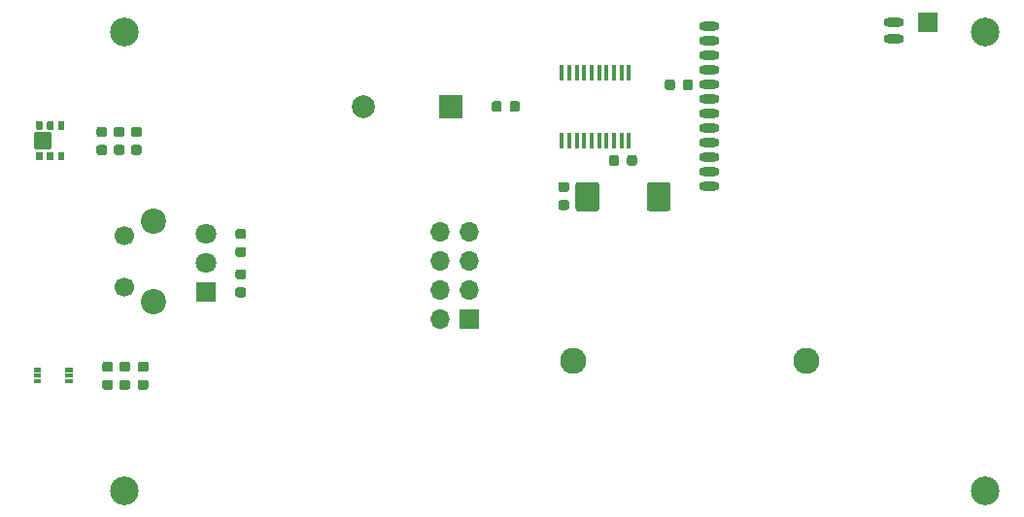
<source format=gbr>
G04 #@! TF.GenerationSoftware,KiCad,Pcbnew,5.1.8-db9833491~87~ubuntu20.04.1*
G04 #@! TF.CreationDate,2020-11-19T10:24:25+01:00*
G04 #@! TF.ProjectId,malory,6d616c6f-7279-42e6-9b69-6361645f7063,v1.0*
G04 #@! TF.SameCoordinates,Original*
G04 #@! TF.FileFunction,Soldermask,Top*
G04 #@! TF.FilePolarity,Negative*
%FSLAX46Y46*%
G04 Gerber Fmt 4.6, Leading zero omitted, Abs format (unit mm)*
G04 Created by KiCad (PCBNEW 5.1.8-db9833491~87~ubuntu20.04.1) date 2020-11-19 10:24:25*
%MOMM*%
%LPD*%
G01*
G04 APERTURE LIST*
%ADD10C,0.100000*%
%ADD11R,0.450000X1.450000*%
%ADD12R,2.000000X2.000000*%
%ADD13C,2.000000*%
%ADD14R,1.800000X1.800000*%
%ADD15C,1.800000*%
%ADD16C,2.500000*%
%ADD17R,1.700000X1.700000*%
%ADD18O,1.700000X1.700000*%
%ADD19C,2.286000*%
%ADD20O,1.800000X0.800000*%
%ADD21C,2.200000*%
%ADD22C,1.700000*%
G04 APERTURE END LIST*
D10*
X112944500Y-104750000D02*
G75*
G03*
X112944500Y-104750000I-444500J0D01*
G01*
X112944500Y-100250000D02*
G75*
G03*
X112944500Y-100250000I-444500J0D01*
G01*
X115635000Y-99000000D02*
G75*
G03*
X115635000Y-99000000I-635000J0D01*
G01*
X115635000Y-106000000D02*
G75*
G03*
X115635000Y-106000000I-635000J0D01*
G01*
G36*
G01*
X160070000Y-95845000D02*
X160070000Y-97895000D01*
G75*
G02*
X159820000Y-98145000I-250000J0D01*
G01*
X158245000Y-98145000D01*
G75*
G02*
X157995000Y-97895000I0J250000D01*
G01*
X157995000Y-95845000D01*
G75*
G02*
X158245000Y-95595000I250000J0D01*
G01*
X159820000Y-95595000D01*
G75*
G02*
X160070000Y-95845000I0J-250000D01*
G01*
G37*
G36*
G01*
X153845000Y-95845000D02*
X153845000Y-97895000D01*
G75*
G02*
X153595000Y-98145000I-250000J0D01*
G01*
X152020000Y-98145000D01*
G75*
G02*
X151770000Y-97895000I0J250000D01*
G01*
X151770000Y-95845000D01*
G75*
G02*
X152020000Y-95595000I250000J0D01*
G01*
X153595000Y-95595000D01*
G75*
G02*
X153845000Y-95845000I0J-250000D01*
G01*
G37*
G36*
G01*
X113843750Y-112850000D02*
X114356250Y-112850000D01*
G75*
G02*
X114575000Y-113068750I0J-218750D01*
G01*
X114575000Y-113506250D01*
G75*
G02*
X114356250Y-113725000I-218750J0D01*
G01*
X113843750Y-113725000D01*
G75*
G02*
X113625000Y-113506250I0J218750D01*
G01*
X113625000Y-113068750D01*
G75*
G02*
X113843750Y-112850000I218750J0D01*
G01*
G37*
G36*
G01*
X113843750Y-111275000D02*
X114356250Y-111275000D01*
G75*
G02*
X114575000Y-111493750I0J-218750D01*
G01*
X114575000Y-111931250D01*
G75*
G02*
X114356250Y-112150000I-218750J0D01*
G01*
X113843750Y-112150000D01*
G75*
G02*
X113625000Y-111931250I0J218750D01*
G01*
X113625000Y-111493750D01*
G75*
G02*
X113843750Y-111275000I218750J0D01*
G01*
G37*
D11*
X150575000Y-91950000D03*
X151225000Y-91950000D03*
X151875000Y-91950000D03*
X152525000Y-91950000D03*
X153175000Y-91950000D03*
X153825000Y-91950000D03*
X154475000Y-91950000D03*
X155125000Y-91950000D03*
X155775000Y-91950000D03*
X156425000Y-91950000D03*
X156425000Y-86050000D03*
X155775000Y-86050000D03*
X155125000Y-86050000D03*
X154475000Y-86050000D03*
X153825000Y-86050000D03*
X153175000Y-86050000D03*
X152525000Y-86050000D03*
X151875000Y-86050000D03*
X151225000Y-86050000D03*
X150575000Y-86050000D03*
G36*
G01*
X154687500Y-93956250D02*
X154687500Y-93443750D01*
G75*
G02*
X154906250Y-93225000I218750J0D01*
G01*
X155343750Y-93225000D01*
G75*
G02*
X155562500Y-93443750I0J-218750D01*
G01*
X155562500Y-93956250D01*
G75*
G02*
X155343750Y-94175000I-218750J0D01*
G01*
X154906250Y-94175000D01*
G75*
G02*
X154687500Y-93956250I0J218750D01*
G01*
G37*
G36*
G01*
X156262500Y-93956250D02*
X156262500Y-93443750D01*
G75*
G02*
X156481250Y-93225000I218750J0D01*
G01*
X156918750Y-93225000D01*
G75*
G02*
X157137500Y-93443750I0J-218750D01*
G01*
X157137500Y-93956250D01*
G75*
G02*
X156918750Y-94175000I-218750J0D01*
G01*
X156481250Y-94175000D01*
G75*
G02*
X156262500Y-93956250I0J218750D01*
G01*
G37*
D12*
X140930000Y-89000000D03*
D13*
X133330000Y-89000000D03*
G36*
G01*
X160450000Y-86843750D02*
X160450000Y-87356250D01*
G75*
G02*
X160231250Y-87575000I-218750J0D01*
G01*
X159793750Y-87575000D01*
G75*
G02*
X159575000Y-87356250I0J218750D01*
G01*
X159575000Y-86843750D01*
G75*
G02*
X159793750Y-86625000I218750J0D01*
G01*
X160231250Y-86625000D01*
G75*
G02*
X160450000Y-86843750I0J-218750D01*
G01*
G37*
G36*
G01*
X162025000Y-86843750D02*
X162025000Y-87356250D01*
G75*
G02*
X161806250Y-87575000I-218750J0D01*
G01*
X161368750Y-87575000D01*
G75*
G02*
X161150000Y-87356250I0J218750D01*
G01*
X161150000Y-86843750D01*
G75*
G02*
X161368750Y-86625000I218750J0D01*
G01*
X161806250Y-86625000D01*
G75*
G02*
X162025000Y-86843750I0J-218750D01*
G01*
G37*
G36*
G01*
X110756250Y-93225000D02*
X110243750Y-93225000D01*
G75*
G02*
X110025000Y-93006250I0J218750D01*
G01*
X110025000Y-92568750D01*
G75*
G02*
X110243750Y-92350000I218750J0D01*
G01*
X110756250Y-92350000D01*
G75*
G02*
X110975000Y-92568750I0J-218750D01*
G01*
X110975000Y-93006250D01*
G75*
G02*
X110756250Y-93225000I-218750J0D01*
G01*
G37*
G36*
G01*
X110756250Y-91650000D02*
X110243750Y-91650000D01*
G75*
G02*
X110025000Y-91431250I0J218750D01*
G01*
X110025000Y-90993750D01*
G75*
G02*
X110243750Y-90775000I218750J0D01*
G01*
X110756250Y-90775000D01*
G75*
G02*
X110975000Y-90993750I0J-218750D01*
G01*
X110975000Y-91431250D01*
G75*
G02*
X110756250Y-91650000I-218750J0D01*
G01*
G37*
G36*
G01*
X111256250Y-113725000D02*
X110743750Y-113725000D01*
G75*
G02*
X110525000Y-113506250I0J218750D01*
G01*
X110525000Y-113068750D01*
G75*
G02*
X110743750Y-112850000I218750J0D01*
G01*
X111256250Y-112850000D01*
G75*
G02*
X111475000Y-113068750I0J-218750D01*
G01*
X111475000Y-113506250D01*
G75*
G02*
X111256250Y-113725000I-218750J0D01*
G01*
G37*
G36*
G01*
X111256250Y-112150000D02*
X110743750Y-112150000D01*
G75*
G02*
X110525000Y-111931250I0J218750D01*
G01*
X110525000Y-111493750D01*
G75*
G02*
X110743750Y-111275000I218750J0D01*
G01*
X111256250Y-111275000D01*
G75*
G02*
X111475000Y-111493750I0J-218750D01*
G01*
X111475000Y-111931250D01*
G75*
G02*
X111256250Y-112150000I-218750J0D01*
G01*
G37*
D14*
X119570000Y-105210000D03*
D15*
X119570000Y-102670000D03*
X119570000Y-100130000D03*
G36*
G01*
X122353750Y-103205000D02*
X122866250Y-103205000D01*
G75*
G02*
X123085000Y-103423750I0J-218750D01*
G01*
X123085000Y-103861250D01*
G75*
G02*
X122866250Y-104080000I-218750J0D01*
G01*
X122353750Y-104080000D01*
G75*
G02*
X122135000Y-103861250I0J218750D01*
G01*
X122135000Y-103423750D01*
G75*
G02*
X122353750Y-103205000I218750J0D01*
G01*
G37*
G36*
G01*
X122353750Y-104780000D02*
X122866250Y-104780000D01*
G75*
G02*
X123085000Y-104998750I0J-218750D01*
G01*
X123085000Y-105436250D01*
G75*
G02*
X122866250Y-105655000I-218750J0D01*
G01*
X122353750Y-105655000D01*
G75*
G02*
X122135000Y-105436250I0J218750D01*
G01*
X122135000Y-104998750D01*
G75*
G02*
X122353750Y-104780000I218750J0D01*
G01*
G37*
G36*
G01*
X122353750Y-101250000D02*
X122866250Y-101250000D01*
G75*
G02*
X123085000Y-101468750I0J-218750D01*
G01*
X123085000Y-101906250D01*
G75*
G02*
X122866250Y-102125000I-218750J0D01*
G01*
X122353750Y-102125000D01*
G75*
G02*
X122135000Y-101906250I0J218750D01*
G01*
X122135000Y-101468750D01*
G75*
G02*
X122353750Y-101250000I218750J0D01*
G01*
G37*
G36*
G01*
X122353750Y-99675000D02*
X122866250Y-99675000D01*
G75*
G02*
X123085000Y-99893750I0J-218750D01*
G01*
X123085000Y-100331250D01*
G75*
G02*
X122866250Y-100550000I-218750J0D01*
G01*
X122353750Y-100550000D01*
G75*
G02*
X122135000Y-100331250I0J218750D01*
G01*
X122135000Y-99893750D01*
G75*
G02*
X122353750Y-99675000I218750J0D01*
G01*
G37*
G36*
G01*
X112756250Y-113725000D02*
X112243750Y-113725000D01*
G75*
G02*
X112025000Y-113506250I0J218750D01*
G01*
X112025000Y-113068750D01*
G75*
G02*
X112243750Y-112850000I218750J0D01*
G01*
X112756250Y-112850000D01*
G75*
G02*
X112975000Y-113068750I0J-218750D01*
G01*
X112975000Y-113506250D01*
G75*
G02*
X112756250Y-113725000I-218750J0D01*
G01*
G37*
G36*
G01*
X112756250Y-112150000D02*
X112243750Y-112150000D01*
G75*
G02*
X112025000Y-111931250I0J218750D01*
G01*
X112025000Y-111493750D01*
G75*
G02*
X112243750Y-111275000I218750J0D01*
G01*
X112756250Y-111275000D01*
G75*
G02*
X112975000Y-111493750I0J-218750D01*
G01*
X112975000Y-111931250D01*
G75*
G02*
X112756250Y-112150000I-218750J0D01*
G01*
G37*
D16*
X112500000Y-82500000D03*
X112500000Y-122500000D03*
X187500000Y-122500000D03*
X187500000Y-82500000D03*
D17*
X182500000Y-81610000D03*
G36*
G01*
X112261251Y-93219999D02*
X111748751Y-93219999D01*
G75*
G02*
X111530001Y-93001249I0J218750D01*
G01*
X111530001Y-92563749D01*
G75*
G02*
X111748751Y-92344999I218750J0D01*
G01*
X112261251Y-92344999D01*
G75*
G02*
X112480001Y-92563749I0J-218750D01*
G01*
X112480001Y-93001249D01*
G75*
G02*
X112261251Y-93219999I-218750J0D01*
G01*
G37*
G36*
G01*
X112261251Y-91644999D02*
X111748751Y-91644999D01*
G75*
G02*
X111530001Y-91426249I0J218750D01*
G01*
X111530001Y-90988749D01*
G75*
G02*
X111748751Y-90769999I218750J0D01*
G01*
X112261251Y-90769999D01*
G75*
G02*
X112480001Y-90988749I0J-218750D01*
G01*
X112480001Y-91426249D01*
G75*
G02*
X112261251Y-91644999I-218750J0D01*
G01*
G37*
G36*
G01*
X113771251Y-91644999D02*
X113258751Y-91644999D01*
G75*
G02*
X113040001Y-91426249I0J218750D01*
G01*
X113040001Y-90988749D01*
G75*
G02*
X113258751Y-90769999I218750J0D01*
G01*
X113771251Y-90769999D01*
G75*
G02*
X113990001Y-90988749I0J-218750D01*
G01*
X113990001Y-91426249D01*
G75*
G02*
X113771251Y-91644999I-218750J0D01*
G01*
G37*
G36*
G01*
X113771251Y-93219999D02*
X113258751Y-93219999D01*
G75*
G02*
X113040001Y-93001249I0J218750D01*
G01*
X113040001Y-92563749D01*
G75*
G02*
X113258751Y-92344999I218750J0D01*
G01*
X113771251Y-92344999D01*
G75*
G02*
X113990001Y-92563749I0J-218750D01*
G01*
X113990001Y-93001249D01*
G75*
G02*
X113771251Y-93219999I-218750J0D01*
G01*
G37*
X142510000Y-107560000D03*
D18*
X139970000Y-107560000D03*
X142510000Y-105020000D03*
X139970000Y-105020000D03*
X142510000Y-102480000D03*
X139970000Y-102480000D03*
X142510000Y-99940000D03*
X139970000Y-99940000D03*
G36*
G01*
X151006250Y-98035000D02*
X150493750Y-98035000D01*
G75*
G02*
X150275000Y-97816250I0J218750D01*
G01*
X150275000Y-97378750D01*
G75*
G02*
X150493750Y-97160000I218750J0D01*
G01*
X151006250Y-97160000D01*
G75*
G02*
X151225000Y-97378750I0J-218750D01*
G01*
X151225000Y-97816250D01*
G75*
G02*
X151006250Y-98035000I-218750J0D01*
G01*
G37*
G36*
G01*
X151006250Y-96460000D02*
X150493750Y-96460000D01*
G75*
G02*
X150275000Y-96241250I0J218750D01*
G01*
X150275000Y-95803750D01*
G75*
G02*
X150493750Y-95585000I218750J0D01*
G01*
X151006250Y-95585000D01*
G75*
G02*
X151225000Y-95803750I0J-218750D01*
G01*
X151225000Y-96241250D01*
G75*
G02*
X151006250Y-96460000I-218750J0D01*
G01*
G37*
G36*
G01*
X146925000Y-88733750D02*
X146925000Y-89246250D01*
G75*
G02*
X146706250Y-89465000I-218750J0D01*
G01*
X146268750Y-89465000D01*
G75*
G02*
X146050000Y-89246250I0J218750D01*
G01*
X146050000Y-88733750D01*
G75*
G02*
X146268750Y-88515000I218750J0D01*
G01*
X146706250Y-88515000D01*
G75*
G02*
X146925000Y-88733750I0J-218750D01*
G01*
G37*
G36*
G01*
X145350000Y-88733750D02*
X145350000Y-89246250D01*
G75*
G02*
X145131250Y-89465000I-218750J0D01*
G01*
X144693750Y-89465000D01*
G75*
G02*
X144475000Y-89246250I0J218750D01*
G01*
X144475000Y-88733750D01*
G75*
G02*
X144693750Y-88515000I218750J0D01*
G01*
X145131250Y-88515000D01*
G75*
G02*
X145350000Y-88733750I0J-218750D01*
G01*
G37*
D19*
X171910000Y-111160000D03*
X151590000Y-111160000D03*
D20*
X179550000Y-83110000D03*
X179550000Y-81610000D03*
X163450000Y-95985000D03*
X163450000Y-94715000D03*
X163450000Y-93445000D03*
X163450000Y-92175000D03*
X163450000Y-90905000D03*
X163450000Y-89635000D03*
X163450000Y-88365000D03*
X163450000Y-87095000D03*
X163450000Y-85825000D03*
X163450000Y-84555000D03*
X163450000Y-83285000D03*
X163450000Y-82015000D03*
D21*
X115000000Y-99000000D03*
X115000000Y-106000000D03*
D22*
X112500000Y-100250000D03*
X112500000Y-104750000D03*
G36*
G01*
X106725000Y-90295000D02*
X107175000Y-90295000D01*
G75*
G02*
X107225000Y-90345000I0J-50000D01*
G01*
X107225000Y-90975000D01*
G75*
G02*
X107175000Y-91025000I-50000J0D01*
G01*
X106725000Y-91025000D01*
G75*
G02*
X106675000Y-90975000I0J50000D01*
G01*
X106675000Y-90345000D01*
G75*
G02*
X106725000Y-90295000I50000J0D01*
G01*
G37*
G36*
G01*
X105775000Y-90295000D02*
X106225000Y-90295000D01*
G75*
G02*
X106275000Y-90345000I0J-50000D01*
G01*
X106275000Y-90975000D01*
G75*
G02*
X106225000Y-91025000I-50000J0D01*
G01*
X105775000Y-91025000D01*
G75*
G02*
X105725000Y-90975000I0J50000D01*
G01*
X105725000Y-90345000D01*
G75*
G02*
X105775000Y-90295000I50000J0D01*
G01*
G37*
G36*
G01*
X104825000Y-90295000D02*
X105275000Y-90295000D01*
G75*
G02*
X105325000Y-90345000I0J-50000D01*
G01*
X105325000Y-90975000D01*
G75*
G02*
X105275000Y-91025000I-50000J0D01*
G01*
X104825000Y-91025000D01*
G75*
G02*
X104775000Y-90975000I0J50000D01*
G01*
X104775000Y-90345000D01*
G75*
G02*
X104825000Y-90295000I50000J0D01*
G01*
G37*
G36*
G01*
X104825000Y-92975000D02*
X105275000Y-92975000D01*
G75*
G02*
X105325000Y-93025000I0J-50000D01*
G01*
X105325000Y-93655000D01*
G75*
G02*
X105275000Y-93705000I-50000J0D01*
G01*
X104825000Y-93705000D01*
G75*
G02*
X104775000Y-93655000I0J50000D01*
G01*
X104775000Y-93025000D01*
G75*
G02*
X104825000Y-92975000I50000J0D01*
G01*
G37*
G36*
G01*
X105775000Y-92975000D02*
X106225000Y-92975000D01*
G75*
G02*
X106275000Y-93025000I0J-50000D01*
G01*
X106275000Y-93655000D01*
G75*
G02*
X106225000Y-93705000I-50000J0D01*
G01*
X105775000Y-93705000D01*
G75*
G02*
X105725000Y-93655000I0J50000D01*
G01*
X105725000Y-93025000D01*
G75*
G02*
X105775000Y-92975000I50000J0D01*
G01*
G37*
G36*
G01*
X106725000Y-92975000D02*
X107175000Y-92975000D01*
G75*
G02*
X107225000Y-93025000I0J-50000D01*
G01*
X107225000Y-93655000D01*
G75*
G02*
X107175000Y-93705000I-50000J0D01*
G01*
X106725000Y-93705000D01*
G75*
G02*
X106675000Y-93655000I0J50000D01*
G01*
X106675000Y-93025000D01*
G75*
G02*
X106725000Y-92975000I50000J0D01*
G01*
G37*
G36*
G01*
X104700000Y-91900000D02*
X106000000Y-91900000D01*
G75*
G02*
X106100000Y-92000000I0J-100000D01*
G01*
X106100000Y-92650000D01*
G75*
G02*
X106000000Y-92750000I-100000J0D01*
G01*
X104700000Y-92750000D01*
G75*
G02*
X104600000Y-92650000I0J100000D01*
G01*
X104600000Y-92000000D01*
G75*
G02*
X104700000Y-91900000I100000J0D01*
G01*
G37*
G36*
G01*
X104700000Y-91900000D02*
X106000000Y-91900000D01*
G75*
G02*
X106100000Y-92000000I0J-100000D01*
G01*
X106100000Y-92650000D01*
G75*
G02*
X106000000Y-92750000I-100000J0D01*
G01*
X104700000Y-92750000D01*
G75*
G02*
X104600000Y-92650000I0J100000D01*
G01*
X104600000Y-92000000D01*
G75*
G02*
X104700000Y-91900000I100000J0D01*
G01*
G37*
G36*
G01*
X104700000Y-91250000D02*
X106000000Y-91250000D01*
G75*
G02*
X106100000Y-91350000I0J-100000D01*
G01*
X106100000Y-92000000D01*
G75*
G02*
X106000000Y-92100000I-100000J0D01*
G01*
X104700000Y-92100000D01*
G75*
G02*
X104600000Y-92000000I0J100000D01*
G01*
X104600000Y-91350000D01*
G75*
G02*
X104700000Y-91250000I100000J0D01*
G01*
G37*
G36*
G01*
X104700000Y-91250000D02*
X106000000Y-91250000D01*
G75*
G02*
X106100000Y-91350000I0J-100000D01*
G01*
X106100000Y-92000000D01*
G75*
G02*
X106000000Y-92100000I-100000J0D01*
G01*
X104700000Y-92100000D01*
G75*
G02*
X104600000Y-92000000I0J100000D01*
G01*
X104600000Y-91350000D01*
G75*
G02*
X104700000Y-91250000I100000J0D01*
G01*
G37*
D10*
G36*
X107300000Y-113175000D02*
G01*
X107300000Y-112825000D01*
X107950000Y-112825000D01*
X107950000Y-113175000D01*
X107300000Y-113175000D01*
G37*
G36*
X104550000Y-113175000D02*
G01*
X104550000Y-112825000D01*
X105200000Y-112825000D01*
X105200000Y-113175000D01*
X104550000Y-113175000D01*
G37*
G36*
X107300000Y-112675000D02*
G01*
X107300000Y-112325000D01*
X107950000Y-112325000D01*
X107950000Y-112675000D01*
X107300000Y-112675000D01*
G37*
G36*
X104550000Y-112675000D02*
G01*
X104550000Y-112325000D01*
X105200000Y-112325000D01*
X105200000Y-112675000D01*
X104550000Y-112675000D01*
G37*
G36*
X107300000Y-112175000D02*
G01*
X107300000Y-111825000D01*
X107950000Y-111825000D01*
X107950000Y-112175000D01*
X107300000Y-112175000D01*
G37*
G36*
X104550000Y-112200000D02*
G01*
X104550000Y-111800000D01*
X105200000Y-111800000D01*
X105200000Y-112200000D01*
X104550000Y-112200000D01*
G37*
M02*

</source>
